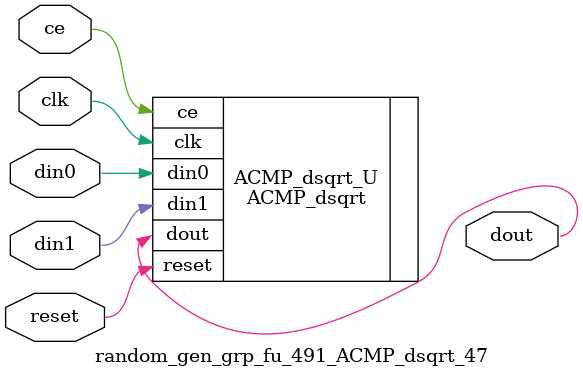
<source format=v>

`timescale 1 ns / 1 ps
module random_gen_grp_fu_491_ACMP_dsqrt_47(
    clk,
    reset,
    ce,
    din0,
    din1,
    dout);

parameter ID = 32'd1;
parameter NUM_STAGE = 32'd1;
parameter din0_WIDTH = 32'd1;
parameter din1_WIDTH = 32'd1;
parameter dout_WIDTH = 32'd1;
input clk;
input reset;
input ce;
input[din0_WIDTH - 1:0] din0;
input[din1_WIDTH - 1:0] din1;
output[dout_WIDTH - 1:0] dout;



ACMP_dsqrt #(
.ID( ID ),
.NUM_STAGE( 30 ),
.din0_WIDTH( din0_WIDTH ),
.din1_WIDTH( din1_WIDTH ),
.dout_WIDTH( dout_WIDTH ))
ACMP_dsqrt_U(
    .clk( clk ),
    .reset( reset ),
    .ce( ce ),
    .din0( din0 ),
    .din1( din1 ),
    .dout( dout ));

endmodule

</source>
